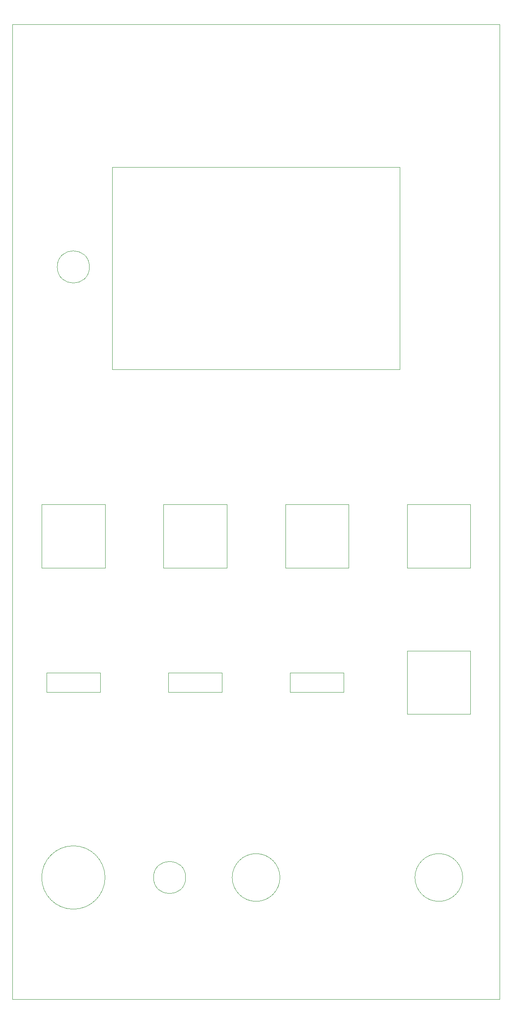
<source format=gm1>
G04 #@! TF.GenerationSoftware,KiCad,Pcbnew,6.0.9-8da3e8f707~117~ubuntu22.04.1*
G04 #@! TF.CreationDate,2022-11-29T22:26:16-05:00*
G04 #@! TF.ProjectId,dso138_panel,64736f31-3338-45f7-9061-6e656c2e6b69,rev?*
G04 #@! TF.SameCoordinates,Original*
G04 #@! TF.FileFunction,Profile,NP*
%FSLAX46Y46*%
G04 Gerber Fmt 4.6, Leading zero omitted, Abs format (unit mm)*
G04 Created by KiCad (PCBNEW 6.0.9-8da3e8f707~117~ubuntu22.04.1) date 2022-11-29 22:26:16*
%MOMM*%
%LPD*%
G01*
G04 APERTURE LIST*
G04 #@! TA.AperFunction,Profile*
%ADD10C,0.100000*%
G04 #@! TD*
G04 #@! TA.AperFunction,Profile*
%ADD11C,0.050000*%
G04 #@! TD*
G04 APERTURE END LIST*
D10*
X33900000Y207600000D02*
X133900000Y207600000D01*
X133900000Y207600000D02*
X133900000Y7600000D01*
X133900000Y7600000D02*
X33900000Y7600000D01*
X33900000Y7600000D02*
X33900000Y207600000D01*
X54400000Y178350000D02*
X113400000Y178350000D01*
X113400000Y178350000D02*
X113400000Y136850000D01*
X113400000Y136850000D02*
X54400000Y136850000D01*
X54400000Y136850000D02*
X54400000Y178350000D01*
G04 #@! TO.C,H1*
X39900000Y109100000D02*
X52900000Y109100000D01*
X52900000Y109100000D02*
X52900000Y96100000D01*
X52900000Y96100000D02*
X39900000Y96100000D01*
X39900000Y96100000D02*
X39900000Y109100000D01*
G04 #@! TO.C,H16*
X114900000Y79100000D02*
X127900000Y79100000D01*
X127900000Y79100000D02*
X127900000Y66100000D01*
X127900000Y66100000D02*
X114900000Y66100000D01*
X114900000Y66100000D02*
X114900000Y79100000D01*
G04 #@! TO.C,H15*
X114900000Y109100000D02*
X127900000Y109100000D01*
X127900000Y109100000D02*
X127900000Y96100000D01*
X127900000Y96100000D02*
X114900000Y96100000D01*
X114900000Y96100000D02*
X114900000Y109100000D01*
D11*
G04 #@! TO.C,H2*
X40900000Y74600000D02*
X51900000Y74600000D01*
X51900000Y74600000D02*
X51900000Y70600000D01*
X51900000Y70600000D02*
X40900000Y70600000D01*
X40900000Y70600000D02*
X40900000Y74600000D01*
G04 #@! TO.C,H4*
X52900000Y32600000D02*
G75*
G03*
X52900000Y32600000I-6500000J0D01*
G01*
G04 #@! TO.C,H9*
X88800000Y32600000D02*
G75*
G03*
X88800000Y32600000I-4900000J0D01*
G01*
D10*
G04 #@! TO.C,H11*
X89900000Y109100000D02*
X102900000Y109100000D01*
X102900000Y109100000D02*
X102900000Y96100000D01*
X102900000Y96100000D02*
X89900000Y96100000D01*
X89900000Y96100000D02*
X89900000Y109100000D01*
D11*
G04 #@! TO.C,H5*
X69450000Y32600000D02*
G75*
G03*
X69450000Y32600000I-3300000J0D01*
G01*
G04 #@! TO.C,H14*
X126300000Y32600000D02*
G75*
G03*
X126300000Y32600000I-4900000J0D01*
G01*
D10*
G04 #@! TO.C,H6*
X64900000Y109100000D02*
X77900000Y109100000D01*
X77900000Y109100000D02*
X77900000Y96100000D01*
X77900000Y96100000D02*
X64900000Y96100000D01*
X64900000Y96100000D02*
X64900000Y109100000D01*
D11*
G04 #@! TO.C,H7*
X65900000Y74600000D02*
X76900000Y74600000D01*
X76900000Y74600000D02*
X76900000Y70600000D01*
X76900000Y70600000D02*
X65900000Y70600000D01*
X65900000Y70600000D02*
X65900000Y74600000D01*
G04 #@! TO.C,H12*
X90900000Y74600000D02*
X101900000Y74600000D01*
X101900000Y74600000D02*
X101900000Y70600000D01*
X101900000Y70600000D02*
X90900000Y70600000D01*
X90900000Y70600000D02*
X90900000Y74600000D01*
G04 #@! TO.C,H10*
X49700000Y157850000D02*
G75*
G03*
X49700000Y157850000I-3300000J0D01*
G01*
G04 #@! TD*
M02*

</source>
